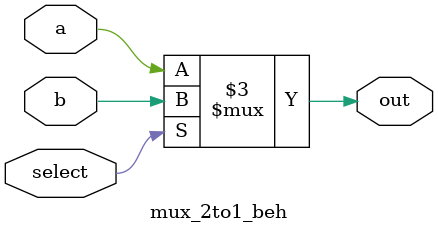
<source format=v>

module mux_2to1_beh( 

    input a,
    input b,
    input select,
    output reg out

);


always @(*) begin
    
    if(select)
      out = b;
    else
    out = a;
    
end

endmodule
</source>
